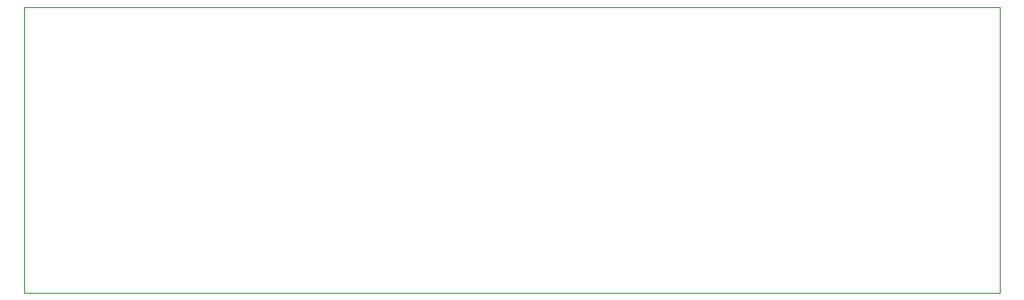
<source format=gbr>
%TF.GenerationSoftware,Altium Limited,Altium Designer,24.10.1 (45)*%
G04 Layer_Color=0*
%FSLAX45Y45*%
%MOMM*%
%TF.SameCoordinates,6B7C1C4C-1752-458E-A365-839E3CDA317C*%
%TF.FilePolarity,Positive*%
%TF.FileFunction,Profile,NP*%
%TF.Part,Single*%
G01*
G75*
%TA.AperFunction,Profile*%
%ADD77C,0.02540*%
D77*
X6740000Y5770000D02*
X15939999D01*
Y8470000D01*
X6740000D01*
Y5770000D01*
%TF.MD5,bf3de15b6c61542f7853e89375cd5586*%
M02*

</source>
